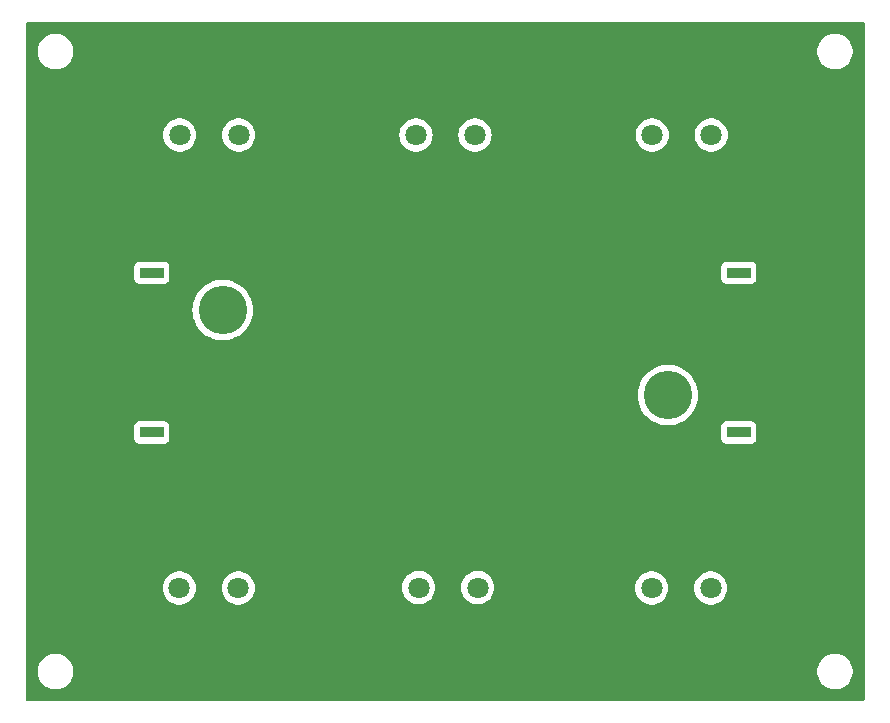
<source format=gbr>
%TF.GenerationSoftware,KiCad,Pcbnew,8.0.6*%
%TF.CreationDate,2025-05-08T15:46:12-04:00*%
%TF.ProjectId,5VConnectorBoard,3556436f-6e6e-4656-9374-6f72426f6172,rev?*%
%TF.SameCoordinates,Original*%
%TF.FileFunction,Copper,L2,Bot*%
%TF.FilePolarity,Positive*%
%FSLAX46Y46*%
G04 Gerber Fmt 4.6, Leading zero omitted, Abs format (unit mm)*
G04 Created by KiCad (PCBNEW 8.0.6) date 2025-05-08 15:46:12*
%MOMM*%
%LPD*%
G01*
G04 APERTURE LIST*
G04 Aperture macros list*
%AMRoundRect*
0 Rectangle with rounded corners*
0 $1 Rounding radius*
0 $2 $3 $4 $5 $6 $7 $8 $9 X,Y pos of 4 corners*
0 Add a 4 corners polygon primitive as box body*
4,1,4,$2,$3,$4,$5,$6,$7,$8,$9,$2,$3,0*
0 Add four circle primitives for the rounded corners*
1,1,$1+$1,$2,$3*
1,1,$1+$1,$4,$5*
1,1,$1+$1,$6,$7*
1,1,$1+$1,$8,$9*
0 Add four rect primitives between the rounded corners*
20,1,$1+$1,$2,$3,$4,$5,0*
20,1,$1+$1,$4,$5,$6,$7,0*
20,1,$1+$1,$6,$7,$8,$9,0*
20,1,$1+$1,$8,$9,$2,$3,0*%
G04 Aperture macros list end*
%TA.AperFunction,ComponentPad*%
%ADD10R,2.000000X0.900000*%
%TD*%
%TA.AperFunction,ComponentPad*%
%ADD11RoundRect,1.025000X-1.025000X1.025000X-1.025000X-1.025000X1.025000X-1.025000X1.025000X1.025000X0*%
%TD*%
%TA.AperFunction,ComponentPad*%
%ADD12C,4.100000*%
%TD*%
%TA.AperFunction,ComponentPad*%
%ADD13C,1.803400*%
%TD*%
%TA.AperFunction,ComponentPad*%
%ADD14RoundRect,1.025000X1.025000X-1.025000X1.025000X1.025000X-1.025000X1.025000X-1.025000X-1.025000X0*%
%TD*%
%TA.AperFunction,ViaPad*%
%ADD15C,0.800000*%
%TD*%
G04 APERTURE END LIST*
D10*
%TO.P,J2,*%
%TO.N,*%
X158850000Y-84750000D03*
X158850000Y-98250000D03*
D11*
%TO.P,J2,1,+*%
%TO.N,GND*%
X152850000Y-87900000D03*
D12*
%TO.P,J2,2,-*%
%TO.N,VCC*%
X152850000Y-95100000D03*
%TD*%
D13*
%TO.P,U5,5*%
%TO.N,N/C*%
X131750002Y-111386406D03*
%TO.P,U5,6*%
X136750002Y-111386406D03*
%TD*%
%TO.P,U1,5*%
%TO.N,N/C*%
X116517400Y-73070102D03*
%TO.P,U1,6*%
X111517400Y-73070102D03*
%TD*%
%TO.P,U3,5*%
%TO.N,N/C*%
X156517400Y-73070102D03*
%TO.P,U3,6*%
X151517400Y-73070102D03*
%TD*%
%TO.P,U6,5*%
%TO.N,N/C*%
X151482600Y-111429899D03*
%TO.P,U6,6*%
X156482600Y-111429899D03*
%TD*%
D10*
%TO.P,J1,*%
%TO.N,*%
X109150000Y-98250000D03*
X109150000Y-84750000D03*
D14*
%TO.P,J1,1,+*%
%TO.N,GND*%
X115150000Y-95100000D03*
D12*
%TO.P,J1,2,-*%
%TO.N,VCC*%
X115150000Y-87900000D03*
%TD*%
D13*
%TO.P,U4,5*%
%TO.N,N/C*%
X111482600Y-111429899D03*
%TO.P,U4,6*%
X116482600Y-111429899D03*
%TD*%
%TO.P,U2,5*%
%TO.N,N/C*%
X136517400Y-73070102D03*
%TO.P,U2,6*%
X131517400Y-73070102D03*
%TD*%
D15*
%TO.N,GND*%
X151017401Y-77270101D03*
X137250001Y-107186407D03*
X116982599Y-107229900D03*
X111017401Y-77270101D03*
X156982599Y-107229900D03*
X131017401Y-77270101D03*
%TD*%
%TA.AperFunction,Conductor*%
%TO.N,GND*%
G36*
X169443039Y-63519685D02*
G01*
X169488794Y-63572489D01*
X169500000Y-63624000D01*
X169500000Y-120876000D01*
X169480315Y-120943039D01*
X169427511Y-120988794D01*
X169376000Y-121000000D01*
X98624000Y-121000000D01*
X98556961Y-120980315D01*
X98511206Y-120927511D01*
X98500000Y-120876000D01*
X98500000Y-118381902D01*
X99499500Y-118381902D01*
X99499500Y-118618097D01*
X99536446Y-118851368D01*
X99609433Y-119075996D01*
X99716657Y-119286433D01*
X99855483Y-119477510D01*
X100022490Y-119644517D01*
X100213567Y-119783343D01*
X100312991Y-119834002D01*
X100424003Y-119890566D01*
X100424005Y-119890566D01*
X100424008Y-119890568D01*
X100544412Y-119929689D01*
X100648631Y-119963553D01*
X100881903Y-120000500D01*
X100881908Y-120000500D01*
X101118097Y-120000500D01*
X101351368Y-119963553D01*
X101575992Y-119890568D01*
X101786433Y-119783343D01*
X101977510Y-119644517D01*
X102144517Y-119477510D01*
X102283343Y-119286433D01*
X102390568Y-119075992D01*
X102463553Y-118851368D01*
X102500500Y-118618097D01*
X102500500Y-118381902D01*
X165499500Y-118381902D01*
X165499500Y-118618097D01*
X165536446Y-118851368D01*
X165609433Y-119075996D01*
X165716657Y-119286433D01*
X165855483Y-119477510D01*
X166022490Y-119644517D01*
X166213567Y-119783343D01*
X166312991Y-119834002D01*
X166424003Y-119890566D01*
X166424005Y-119890566D01*
X166424008Y-119890568D01*
X166544412Y-119929689D01*
X166648631Y-119963553D01*
X166881903Y-120000500D01*
X166881908Y-120000500D01*
X167118097Y-120000500D01*
X167351368Y-119963553D01*
X167575992Y-119890568D01*
X167786433Y-119783343D01*
X167977510Y-119644517D01*
X168144517Y-119477510D01*
X168283343Y-119286433D01*
X168390568Y-119075992D01*
X168463553Y-118851368D01*
X168500500Y-118618097D01*
X168500500Y-118381902D01*
X168463553Y-118148631D01*
X168390566Y-117924003D01*
X168283342Y-117713566D01*
X168144517Y-117522490D01*
X167977510Y-117355483D01*
X167786433Y-117216657D01*
X167575996Y-117109433D01*
X167351368Y-117036446D01*
X167118097Y-116999500D01*
X167118092Y-116999500D01*
X166881908Y-116999500D01*
X166881903Y-116999500D01*
X166648631Y-117036446D01*
X166424003Y-117109433D01*
X166213566Y-117216657D01*
X166104550Y-117295862D01*
X166022490Y-117355483D01*
X166022488Y-117355485D01*
X166022487Y-117355485D01*
X165855485Y-117522487D01*
X165855485Y-117522488D01*
X165855483Y-117522490D01*
X165795862Y-117604550D01*
X165716657Y-117713566D01*
X165609433Y-117924003D01*
X165536446Y-118148631D01*
X165499500Y-118381902D01*
X102500500Y-118381902D01*
X102463553Y-118148631D01*
X102390566Y-117924003D01*
X102283342Y-117713566D01*
X102144517Y-117522490D01*
X101977510Y-117355483D01*
X101786433Y-117216657D01*
X101575996Y-117109433D01*
X101351368Y-117036446D01*
X101118097Y-116999500D01*
X101118092Y-116999500D01*
X100881908Y-116999500D01*
X100881903Y-116999500D01*
X100648631Y-117036446D01*
X100424003Y-117109433D01*
X100213566Y-117216657D01*
X100104550Y-117295862D01*
X100022490Y-117355483D01*
X100022488Y-117355485D01*
X100022487Y-117355485D01*
X99855485Y-117522487D01*
X99855485Y-117522488D01*
X99855483Y-117522490D01*
X99795862Y-117604550D01*
X99716657Y-117713566D01*
X99609433Y-117924003D01*
X99536446Y-118148631D01*
X99499500Y-118381902D01*
X98500000Y-118381902D01*
X98500000Y-111429893D01*
X110075594Y-111429893D01*
X110075594Y-111429904D01*
X110094783Y-111661481D01*
X110151829Y-111886753D01*
X110245175Y-112099561D01*
X110343857Y-112250604D01*
X110372275Y-112294100D01*
X110529661Y-112465067D01*
X110529664Y-112465069D01*
X110529667Y-112465072D01*
X110713032Y-112607791D01*
X110713038Y-112607795D01*
X110713041Y-112607797D01*
X110917412Y-112718398D01*
X111137200Y-112793851D01*
X111366410Y-112832099D01*
X111598790Y-112832099D01*
X111828000Y-112793851D01*
X112047788Y-112718398D01*
X112252159Y-112607797D01*
X112435539Y-112465067D01*
X112592925Y-112294100D01*
X112720025Y-112099560D01*
X112813371Y-111886753D01*
X112870416Y-111661485D01*
X112889606Y-111429899D01*
X112889606Y-111429893D01*
X115075594Y-111429893D01*
X115075594Y-111429904D01*
X115094783Y-111661481D01*
X115151829Y-111886753D01*
X115245175Y-112099561D01*
X115343857Y-112250604D01*
X115372275Y-112294100D01*
X115529661Y-112465067D01*
X115529664Y-112465069D01*
X115529667Y-112465072D01*
X115713032Y-112607791D01*
X115713038Y-112607795D01*
X115713041Y-112607797D01*
X115917412Y-112718398D01*
X116137200Y-112793851D01*
X116366410Y-112832099D01*
X116598790Y-112832099D01*
X116828000Y-112793851D01*
X117047788Y-112718398D01*
X117252159Y-112607797D01*
X117435539Y-112465067D01*
X117592925Y-112294100D01*
X117720025Y-112099560D01*
X117813371Y-111886753D01*
X117870416Y-111661485D01*
X117889606Y-111429899D01*
X117886002Y-111386411D01*
X117886001Y-111386400D01*
X130342996Y-111386400D01*
X130342996Y-111386411D01*
X130362185Y-111617988D01*
X130419231Y-111843260D01*
X130512577Y-112056068D01*
X130540993Y-112099561D01*
X130639677Y-112250607D01*
X130797063Y-112421574D01*
X130797066Y-112421576D01*
X130797069Y-112421579D01*
X130980434Y-112564298D01*
X130980440Y-112564302D01*
X130980443Y-112564304D01*
X131184814Y-112674905D01*
X131404602Y-112750358D01*
X131633812Y-112788606D01*
X131866192Y-112788606D01*
X132095402Y-112750358D01*
X132315190Y-112674905D01*
X132519561Y-112564304D01*
X132702941Y-112421574D01*
X132860327Y-112250607D01*
X132987427Y-112056067D01*
X133080773Y-111843260D01*
X133137818Y-111617992D01*
X133157008Y-111386406D01*
X133157008Y-111386400D01*
X135342996Y-111386400D01*
X135342996Y-111386411D01*
X135362185Y-111617988D01*
X135419231Y-111843260D01*
X135512577Y-112056068D01*
X135540993Y-112099561D01*
X135639677Y-112250607D01*
X135797063Y-112421574D01*
X135797066Y-112421576D01*
X135797069Y-112421579D01*
X135980434Y-112564298D01*
X135980440Y-112564302D01*
X135980443Y-112564304D01*
X136184814Y-112674905D01*
X136404602Y-112750358D01*
X136633812Y-112788606D01*
X136866192Y-112788606D01*
X137095402Y-112750358D01*
X137315190Y-112674905D01*
X137519561Y-112564304D01*
X137702941Y-112421574D01*
X137860327Y-112250607D01*
X137987427Y-112056067D01*
X138080773Y-111843260D01*
X138137818Y-111617992D01*
X138153405Y-111429893D01*
X150075594Y-111429893D01*
X150075594Y-111429904D01*
X150094783Y-111661481D01*
X150151829Y-111886753D01*
X150245175Y-112099561D01*
X150343857Y-112250604D01*
X150372275Y-112294100D01*
X150529661Y-112465067D01*
X150529664Y-112465069D01*
X150529667Y-112465072D01*
X150713032Y-112607791D01*
X150713038Y-112607795D01*
X150713041Y-112607797D01*
X150917412Y-112718398D01*
X151137200Y-112793851D01*
X151366410Y-112832099D01*
X151598790Y-112832099D01*
X151828000Y-112793851D01*
X152047788Y-112718398D01*
X152252159Y-112607797D01*
X152435539Y-112465067D01*
X152592925Y-112294100D01*
X152720025Y-112099560D01*
X152813371Y-111886753D01*
X152870416Y-111661485D01*
X152889606Y-111429899D01*
X152889606Y-111429893D01*
X155075594Y-111429893D01*
X155075594Y-111429904D01*
X155094783Y-111661481D01*
X155151829Y-111886753D01*
X155245175Y-112099561D01*
X155343857Y-112250604D01*
X155372275Y-112294100D01*
X155529661Y-112465067D01*
X155529664Y-112465069D01*
X155529667Y-112465072D01*
X155713032Y-112607791D01*
X155713038Y-112607795D01*
X155713041Y-112607797D01*
X155917412Y-112718398D01*
X156137200Y-112793851D01*
X156366410Y-112832099D01*
X156598790Y-112832099D01*
X156828000Y-112793851D01*
X157047788Y-112718398D01*
X157252159Y-112607797D01*
X157435539Y-112465067D01*
X157592925Y-112294100D01*
X157720025Y-112099560D01*
X157813371Y-111886753D01*
X157870416Y-111661485D01*
X157889606Y-111429899D01*
X157886002Y-111386411D01*
X157870416Y-111198316D01*
X157870416Y-111198313D01*
X157813371Y-110973045D01*
X157720025Y-110760238D01*
X157691609Y-110716745D01*
X157592926Y-110565700D01*
X157592925Y-110565698D01*
X157435539Y-110394731D01*
X157435534Y-110394727D01*
X157435532Y-110394725D01*
X157252167Y-110252006D01*
X157252161Y-110252002D01*
X157047788Y-110141400D01*
X157047780Y-110141397D01*
X156828002Y-110065947D01*
X156598790Y-110027699D01*
X156366410Y-110027699D01*
X156137197Y-110065947D01*
X155917419Y-110141397D01*
X155917411Y-110141400D01*
X155713038Y-110252002D01*
X155713032Y-110252006D01*
X155529667Y-110394725D01*
X155529664Y-110394728D01*
X155372276Y-110565696D01*
X155372273Y-110565700D01*
X155245175Y-110760236D01*
X155151829Y-110973044D01*
X155094783Y-111198316D01*
X155075594Y-111429893D01*
X152889606Y-111429893D01*
X152886002Y-111386411D01*
X152870416Y-111198316D01*
X152870416Y-111198313D01*
X152813371Y-110973045D01*
X152720025Y-110760238D01*
X152691609Y-110716745D01*
X152592926Y-110565700D01*
X152592925Y-110565698D01*
X152435539Y-110394731D01*
X152435534Y-110394727D01*
X152435532Y-110394725D01*
X152252167Y-110252006D01*
X152252161Y-110252002D01*
X152047788Y-110141400D01*
X152047780Y-110141397D01*
X151828002Y-110065947D01*
X151598790Y-110027699D01*
X151366410Y-110027699D01*
X151137197Y-110065947D01*
X150917419Y-110141397D01*
X150917411Y-110141400D01*
X150713038Y-110252002D01*
X150713032Y-110252006D01*
X150529667Y-110394725D01*
X150529664Y-110394728D01*
X150372276Y-110565696D01*
X150372273Y-110565700D01*
X150245175Y-110760236D01*
X150151829Y-110973044D01*
X150094783Y-111198316D01*
X150075594Y-111429893D01*
X138153405Y-111429893D01*
X138157008Y-111386406D01*
X138137818Y-111154820D01*
X138080773Y-110929552D01*
X137987427Y-110716745D01*
X137860327Y-110522205D01*
X137702941Y-110351238D01*
X137702936Y-110351234D01*
X137702934Y-110351232D01*
X137519569Y-110208513D01*
X137519563Y-110208509D01*
X137315190Y-110097907D01*
X137315182Y-110097904D01*
X137095404Y-110022454D01*
X136866192Y-109984206D01*
X136633812Y-109984206D01*
X136404599Y-110022454D01*
X136184821Y-110097904D01*
X136184813Y-110097907D01*
X135980440Y-110208509D01*
X135980434Y-110208513D01*
X135797069Y-110351232D01*
X135797066Y-110351235D01*
X135639678Y-110522203D01*
X135639675Y-110522207D01*
X135512577Y-110716743D01*
X135419231Y-110929551D01*
X135362185Y-111154823D01*
X135342996Y-111386400D01*
X133157008Y-111386400D01*
X133137818Y-111154820D01*
X133080773Y-110929552D01*
X132987427Y-110716745D01*
X132860327Y-110522205D01*
X132702941Y-110351238D01*
X132702936Y-110351234D01*
X132702934Y-110351232D01*
X132519569Y-110208513D01*
X132519563Y-110208509D01*
X132315190Y-110097907D01*
X132315182Y-110097904D01*
X132095404Y-110022454D01*
X131866192Y-109984206D01*
X131633812Y-109984206D01*
X131404599Y-110022454D01*
X131184821Y-110097904D01*
X131184813Y-110097907D01*
X130980440Y-110208509D01*
X130980434Y-110208513D01*
X130797069Y-110351232D01*
X130797066Y-110351235D01*
X130639678Y-110522203D01*
X130639675Y-110522207D01*
X130512577Y-110716743D01*
X130419231Y-110929551D01*
X130362185Y-111154823D01*
X130342996Y-111386400D01*
X117886001Y-111386400D01*
X117870416Y-111198316D01*
X117870416Y-111198313D01*
X117813371Y-110973045D01*
X117720025Y-110760238D01*
X117691609Y-110716745D01*
X117592926Y-110565700D01*
X117592925Y-110565698D01*
X117435539Y-110394731D01*
X117435534Y-110394727D01*
X117435532Y-110394725D01*
X117252167Y-110252006D01*
X117252161Y-110252002D01*
X117047788Y-110141400D01*
X117047780Y-110141397D01*
X116828002Y-110065947D01*
X116598790Y-110027699D01*
X116366410Y-110027699D01*
X116137197Y-110065947D01*
X115917419Y-110141397D01*
X115917411Y-110141400D01*
X115713038Y-110252002D01*
X115713032Y-110252006D01*
X115529667Y-110394725D01*
X115529664Y-110394728D01*
X115372276Y-110565696D01*
X115372273Y-110565700D01*
X115245175Y-110760236D01*
X115151829Y-110973044D01*
X115094783Y-111198316D01*
X115075594Y-111429893D01*
X112889606Y-111429893D01*
X112886002Y-111386411D01*
X112870416Y-111198316D01*
X112870416Y-111198313D01*
X112813371Y-110973045D01*
X112720025Y-110760238D01*
X112691609Y-110716745D01*
X112592926Y-110565700D01*
X112592925Y-110565698D01*
X112435539Y-110394731D01*
X112435534Y-110394727D01*
X112435532Y-110394725D01*
X112252167Y-110252006D01*
X112252161Y-110252002D01*
X112047788Y-110141400D01*
X112047780Y-110141397D01*
X111828002Y-110065947D01*
X111598790Y-110027699D01*
X111366410Y-110027699D01*
X111137197Y-110065947D01*
X110917419Y-110141397D01*
X110917411Y-110141400D01*
X110713038Y-110252002D01*
X110713032Y-110252006D01*
X110529667Y-110394725D01*
X110529664Y-110394728D01*
X110372276Y-110565696D01*
X110372273Y-110565700D01*
X110245175Y-110760236D01*
X110151829Y-110973044D01*
X110094783Y-111198316D01*
X110075594Y-111429893D01*
X98500000Y-111429893D01*
X98500000Y-97752135D01*
X107649500Y-97752135D01*
X107649500Y-98747870D01*
X107649501Y-98747876D01*
X107655908Y-98807483D01*
X107706202Y-98942328D01*
X107706206Y-98942335D01*
X107792452Y-99057544D01*
X107792455Y-99057547D01*
X107907664Y-99143793D01*
X107907671Y-99143797D01*
X108042517Y-99194091D01*
X108042516Y-99194091D01*
X108049444Y-99194835D01*
X108102127Y-99200500D01*
X110197872Y-99200499D01*
X110257483Y-99194091D01*
X110392331Y-99143796D01*
X110507546Y-99057546D01*
X110593796Y-98942331D01*
X110644091Y-98807483D01*
X110650500Y-98747873D01*
X110650499Y-97752135D01*
X157349500Y-97752135D01*
X157349500Y-98747870D01*
X157349501Y-98747876D01*
X157355908Y-98807483D01*
X157406202Y-98942328D01*
X157406206Y-98942335D01*
X157492452Y-99057544D01*
X157492455Y-99057547D01*
X157607664Y-99143793D01*
X157607671Y-99143797D01*
X157742517Y-99194091D01*
X157742516Y-99194091D01*
X157749444Y-99194835D01*
X157802127Y-99200500D01*
X159897872Y-99200499D01*
X159957483Y-99194091D01*
X160092331Y-99143796D01*
X160207546Y-99057546D01*
X160293796Y-98942331D01*
X160344091Y-98807483D01*
X160350500Y-98747873D01*
X160350499Y-97752128D01*
X160344091Y-97692517D01*
X160328419Y-97650499D01*
X160293797Y-97557671D01*
X160293793Y-97557664D01*
X160207547Y-97442455D01*
X160207544Y-97442452D01*
X160092335Y-97356206D01*
X160092328Y-97356202D01*
X159957482Y-97305908D01*
X159957483Y-97305908D01*
X159897883Y-97299501D01*
X159897881Y-97299500D01*
X159897873Y-97299500D01*
X159897864Y-97299500D01*
X157802129Y-97299500D01*
X157802123Y-97299501D01*
X157742516Y-97305908D01*
X157607671Y-97356202D01*
X157607664Y-97356206D01*
X157492455Y-97442452D01*
X157492452Y-97442455D01*
X157406206Y-97557664D01*
X157406202Y-97557671D01*
X157355908Y-97692517D01*
X157349501Y-97752116D01*
X157349501Y-97752123D01*
X157349500Y-97752135D01*
X110650499Y-97752135D01*
X110650499Y-97752128D01*
X110644091Y-97692517D01*
X110628419Y-97650499D01*
X110593797Y-97557671D01*
X110593793Y-97557664D01*
X110507547Y-97442455D01*
X110507544Y-97442452D01*
X110392335Y-97356206D01*
X110392328Y-97356202D01*
X110257482Y-97305908D01*
X110257483Y-97305908D01*
X110197883Y-97299501D01*
X110197881Y-97299500D01*
X110197873Y-97299500D01*
X110197864Y-97299500D01*
X108102129Y-97299500D01*
X108102123Y-97299501D01*
X108042516Y-97305908D01*
X107907671Y-97356202D01*
X107907664Y-97356206D01*
X107792455Y-97442452D01*
X107792452Y-97442455D01*
X107706206Y-97557664D01*
X107706202Y-97557671D01*
X107655908Y-97692517D01*
X107649501Y-97752116D01*
X107649501Y-97752123D01*
X107649500Y-97752135D01*
X98500000Y-97752135D01*
X98500000Y-95099994D01*
X150294457Y-95099994D01*
X150294457Y-95100005D01*
X150314606Y-95420283D01*
X150314607Y-95420290D01*
X150374745Y-95735542D01*
X150473916Y-96040759D01*
X150473918Y-96040764D01*
X150610558Y-96331138D01*
X150610562Y-96331144D01*
X150782520Y-96602108D01*
X150782522Y-96602111D01*
X150987087Y-96849388D01*
X151221034Y-97069078D01*
X151221044Y-97069086D01*
X151480660Y-97257708D01*
X151480666Y-97257711D01*
X151480672Y-97257716D01*
X151761903Y-97412324D01*
X152060294Y-97530466D01*
X152060293Y-97530466D01*
X152371135Y-97610276D01*
X152371139Y-97610277D01*
X152437935Y-97618715D01*
X152689524Y-97650499D01*
X152689533Y-97650499D01*
X152689536Y-97650500D01*
X152689538Y-97650500D01*
X153010462Y-97650500D01*
X153010464Y-97650500D01*
X153010467Y-97650499D01*
X153010475Y-97650499D01*
X153200463Y-97626497D01*
X153328861Y-97610277D01*
X153639706Y-97530466D01*
X153938097Y-97412324D01*
X154219328Y-97257716D01*
X154478964Y-97069080D01*
X154712911Y-96849390D01*
X154917478Y-96602110D01*
X155089439Y-96331142D01*
X155226084Y-96040758D01*
X155325256Y-95735538D01*
X155385392Y-95420294D01*
X155405543Y-95100000D01*
X155385392Y-94779706D01*
X155325256Y-94464462D01*
X155226084Y-94159242D01*
X155226081Y-94159235D01*
X155089441Y-93868861D01*
X155089437Y-93868855D01*
X154917479Y-93597891D01*
X154917477Y-93597888D01*
X154712912Y-93350611D01*
X154478965Y-93130921D01*
X154478955Y-93130913D01*
X154219339Y-92942291D01*
X154219321Y-92942280D01*
X153938096Y-92787675D01*
X153938093Y-92787674D01*
X153639703Y-92669533D01*
X153639706Y-92669533D01*
X153328864Y-92589723D01*
X153328851Y-92589721D01*
X153010475Y-92549500D01*
X153010464Y-92549500D01*
X152689536Y-92549500D01*
X152689524Y-92549500D01*
X152371148Y-92589721D01*
X152371135Y-92589723D01*
X152060294Y-92669533D01*
X151761906Y-92787674D01*
X151761903Y-92787675D01*
X151480678Y-92942280D01*
X151480660Y-92942291D01*
X151221044Y-93130913D01*
X151221034Y-93130921D01*
X150987087Y-93350611D01*
X150782522Y-93597888D01*
X150782520Y-93597891D01*
X150610562Y-93868855D01*
X150610558Y-93868861D01*
X150473918Y-94159235D01*
X150473916Y-94159240D01*
X150374745Y-94464457D01*
X150314607Y-94779709D01*
X150314606Y-94779716D01*
X150294457Y-95099994D01*
X98500000Y-95099994D01*
X98500000Y-87899994D01*
X112594457Y-87899994D01*
X112594457Y-87900005D01*
X112614606Y-88220283D01*
X112614607Y-88220290D01*
X112674745Y-88535542D01*
X112773916Y-88840759D01*
X112773918Y-88840764D01*
X112910558Y-89131138D01*
X112910562Y-89131144D01*
X113082520Y-89402108D01*
X113082522Y-89402111D01*
X113287087Y-89649388D01*
X113521034Y-89869078D01*
X113521044Y-89869086D01*
X113780660Y-90057708D01*
X113780666Y-90057711D01*
X113780672Y-90057716D01*
X114061903Y-90212324D01*
X114360294Y-90330466D01*
X114360293Y-90330466D01*
X114671135Y-90410276D01*
X114671139Y-90410277D01*
X114737935Y-90418715D01*
X114989524Y-90450499D01*
X114989533Y-90450499D01*
X114989536Y-90450500D01*
X114989538Y-90450500D01*
X115310462Y-90450500D01*
X115310464Y-90450500D01*
X115310467Y-90450499D01*
X115310475Y-90450499D01*
X115500463Y-90426497D01*
X115628861Y-90410277D01*
X115939706Y-90330466D01*
X116238097Y-90212324D01*
X116519328Y-90057716D01*
X116778964Y-89869080D01*
X117012911Y-89649390D01*
X117217478Y-89402110D01*
X117389439Y-89131142D01*
X117526084Y-88840758D01*
X117625256Y-88535538D01*
X117685392Y-88220294D01*
X117705543Y-87900000D01*
X117685392Y-87579706D01*
X117625256Y-87264462D01*
X117526084Y-86959242D01*
X117526081Y-86959235D01*
X117389441Y-86668861D01*
X117389437Y-86668855D01*
X117217479Y-86397891D01*
X117217477Y-86397888D01*
X117012912Y-86150611D01*
X116778965Y-85930921D01*
X116778955Y-85930913D01*
X116519339Y-85742291D01*
X116519321Y-85742280D01*
X116238096Y-85587675D01*
X116238093Y-85587674D01*
X115939703Y-85469533D01*
X115939706Y-85469533D01*
X115628864Y-85389723D01*
X115628851Y-85389721D01*
X115310475Y-85349500D01*
X115310464Y-85349500D01*
X114989536Y-85349500D01*
X114989524Y-85349500D01*
X114671148Y-85389721D01*
X114671135Y-85389723D01*
X114360294Y-85469533D01*
X114061906Y-85587674D01*
X114061903Y-85587675D01*
X113780678Y-85742280D01*
X113780660Y-85742291D01*
X113521044Y-85930913D01*
X113521034Y-85930921D01*
X113287087Y-86150611D01*
X113082522Y-86397888D01*
X113082520Y-86397891D01*
X112910562Y-86668855D01*
X112910558Y-86668861D01*
X112773918Y-86959235D01*
X112773916Y-86959240D01*
X112674745Y-87264457D01*
X112614607Y-87579709D01*
X112614606Y-87579716D01*
X112594457Y-87899994D01*
X98500000Y-87899994D01*
X98500000Y-84252135D01*
X107649500Y-84252135D01*
X107649500Y-85247870D01*
X107649501Y-85247876D01*
X107655908Y-85307483D01*
X107706202Y-85442328D01*
X107706206Y-85442335D01*
X107792452Y-85557544D01*
X107792455Y-85557547D01*
X107907664Y-85643793D01*
X107907671Y-85643797D01*
X108042517Y-85694091D01*
X108042516Y-85694091D01*
X108049444Y-85694835D01*
X108102127Y-85700500D01*
X110197872Y-85700499D01*
X110257483Y-85694091D01*
X110392331Y-85643796D01*
X110507546Y-85557546D01*
X110593796Y-85442331D01*
X110644091Y-85307483D01*
X110650500Y-85247873D01*
X110650499Y-84252135D01*
X157349500Y-84252135D01*
X157349500Y-85247870D01*
X157349501Y-85247876D01*
X157355908Y-85307483D01*
X157406202Y-85442328D01*
X157406206Y-85442335D01*
X157492452Y-85557544D01*
X157492455Y-85557547D01*
X157607664Y-85643793D01*
X157607671Y-85643797D01*
X157742517Y-85694091D01*
X157742516Y-85694091D01*
X157749444Y-85694835D01*
X157802127Y-85700500D01*
X159897872Y-85700499D01*
X159957483Y-85694091D01*
X160092331Y-85643796D01*
X160207546Y-85557546D01*
X160293796Y-85442331D01*
X160344091Y-85307483D01*
X160350500Y-85247873D01*
X160350499Y-84252128D01*
X160344091Y-84192517D01*
X160293796Y-84057669D01*
X160293795Y-84057668D01*
X160293793Y-84057664D01*
X160207547Y-83942455D01*
X160207544Y-83942452D01*
X160092335Y-83856206D01*
X160092328Y-83856202D01*
X159957482Y-83805908D01*
X159957483Y-83805908D01*
X159897883Y-83799501D01*
X159897881Y-83799500D01*
X159897873Y-83799500D01*
X159897864Y-83799500D01*
X157802129Y-83799500D01*
X157802123Y-83799501D01*
X157742516Y-83805908D01*
X157607671Y-83856202D01*
X157607664Y-83856206D01*
X157492455Y-83942452D01*
X157492452Y-83942455D01*
X157406206Y-84057664D01*
X157406202Y-84057671D01*
X157355908Y-84192517D01*
X157349501Y-84252116D01*
X157349501Y-84252123D01*
X157349500Y-84252135D01*
X110650499Y-84252135D01*
X110650499Y-84252128D01*
X110644091Y-84192517D01*
X110593796Y-84057669D01*
X110593795Y-84057668D01*
X110593793Y-84057664D01*
X110507547Y-83942455D01*
X110507544Y-83942452D01*
X110392335Y-83856206D01*
X110392328Y-83856202D01*
X110257482Y-83805908D01*
X110257483Y-83805908D01*
X110197883Y-83799501D01*
X110197881Y-83799500D01*
X110197873Y-83799500D01*
X110197864Y-83799500D01*
X108102129Y-83799500D01*
X108102123Y-83799501D01*
X108042516Y-83805908D01*
X107907671Y-83856202D01*
X107907664Y-83856206D01*
X107792455Y-83942452D01*
X107792452Y-83942455D01*
X107706206Y-84057664D01*
X107706202Y-84057671D01*
X107655908Y-84192517D01*
X107649501Y-84252116D01*
X107649501Y-84252123D01*
X107649500Y-84252135D01*
X98500000Y-84252135D01*
X98500000Y-73070096D01*
X110110394Y-73070096D01*
X110110394Y-73070107D01*
X110129583Y-73301684D01*
X110186629Y-73526956D01*
X110279975Y-73739764D01*
X110407073Y-73934300D01*
X110407075Y-73934303D01*
X110564461Y-74105270D01*
X110564464Y-74105272D01*
X110564467Y-74105275D01*
X110747832Y-74247994D01*
X110747838Y-74247998D01*
X110747841Y-74248000D01*
X110952212Y-74358601D01*
X111172000Y-74434054D01*
X111401210Y-74472302D01*
X111633590Y-74472302D01*
X111862800Y-74434054D01*
X112082588Y-74358601D01*
X112286959Y-74248000D01*
X112470339Y-74105270D01*
X112627725Y-73934303D01*
X112754825Y-73739763D01*
X112848171Y-73526956D01*
X112905216Y-73301688D01*
X112924406Y-73070102D01*
X112924406Y-73070096D01*
X115110394Y-73070096D01*
X115110394Y-73070107D01*
X115129583Y-73301684D01*
X115186629Y-73526956D01*
X115279975Y-73739764D01*
X115407073Y-73934300D01*
X115407075Y-73934303D01*
X115564461Y-74105270D01*
X115564464Y-74105272D01*
X115564467Y-74105275D01*
X115747832Y-74247994D01*
X115747838Y-74247998D01*
X115747841Y-74248000D01*
X115952212Y-74358601D01*
X116172000Y-74434054D01*
X116401210Y-74472302D01*
X116633590Y-74472302D01*
X116862800Y-74434054D01*
X117082588Y-74358601D01*
X117286959Y-74248000D01*
X117470339Y-74105270D01*
X117627725Y-73934303D01*
X117754825Y-73739763D01*
X117848171Y-73526956D01*
X117905216Y-73301688D01*
X117924406Y-73070102D01*
X117924406Y-73070096D01*
X130110394Y-73070096D01*
X130110394Y-73070107D01*
X130129583Y-73301684D01*
X130186629Y-73526956D01*
X130279975Y-73739764D01*
X130407073Y-73934300D01*
X130407075Y-73934303D01*
X130564461Y-74105270D01*
X130564464Y-74105272D01*
X130564467Y-74105275D01*
X130747832Y-74247994D01*
X130747838Y-74247998D01*
X130747841Y-74248000D01*
X130952212Y-74358601D01*
X131172000Y-74434054D01*
X131401210Y-74472302D01*
X131633590Y-74472302D01*
X131862800Y-74434054D01*
X132082588Y-74358601D01*
X132286959Y-74248000D01*
X132470339Y-74105270D01*
X132627725Y-73934303D01*
X132754825Y-73739763D01*
X132848171Y-73526956D01*
X132905216Y-73301688D01*
X132924406Y-73070102D01*
X132924406Y-73070096D01*
X135110394Y-73070096D01*
X135110394Y-73070107D01*
X135129583Y-73301684D01*
X135186629Y-73526956D01*
X135279975Y-73739764D01*
X135407073Y-73934300D01*
X135407075Y-73934303D01*
X135564461Y-74105270D01*
X135564464Y-74105272D01*
X135564467Y-74105275D01*
X135747832Y-74247994D01*
X135747838Y-74247998D01*
X135747841Y-74248000D01*
X135952212Y-74358601D01*
X136172000Y-74434054D01*
X136401210Y-74472302D01*
X136633590Y-74472302D01*
X136862800Y-74434054D01*
X137082588Y-74358601D01*
X137286959Y-74248000D01*
X137470339Y-74105270D01*
X137627725Y-73934303D01*
X137754825Y-73739763D01*
X137848171Y-73526956D01*
X137905216Y-73301688D01*
X137924406Y-73070102D01*
X137924406Y-73070096D01*
X150110394Y-73070096D01*
X150110394Y-73070107D01*
X150129583Y-73301684D01*
X150186629Y-73526956D01*
X150279975Y-73739764D01*
X150407073Y-73934300D01*
X150407075Y-73934303D01*
X150564461Y-74105270D01*
X150564464Y-74105272D01*
X150564467Y-74105275D01*
X150747832Y-74247994D01*
X150747838Y-74247998D01*
X150747841Y-74248000D01*
X150952212Y-74358601D01*
X151172000Y-74434054D01*
X151401210Y-74472302D01*
X151633590Y-74472302D01*
X151862800Y-74434054D01*
X152082588Y-74358601D01*
X152286959Y-74248000D01*
X152470339Y-74105270D01*
X152627725Y-73934303D01*
X152754825Y-73739763D01*
X152848171Y-73526956D01*
X152905216Y-73301688D01*
X152924406Y-73070102D01*
X152924406Y-73070096D01*
X155110394Y-73070096D01*
X155110394Y-73070107D01*
X155129583Y-73301684D01*
X155186629Y-73526956D01*
X155279975Y-73739764D01*
X155407073Y-73934300D01*
X155407075Y-73934303D01*
X155564461Y-74105270D01*
X155564464Y-74105272D01*
X155564467Y-74105275D01*
X155747832Y-74247994D01*
X155747838Y-74247998D01*
X155747841Y-74248000D01*
X155952212Y-74358601D01*
X156172000Y-74434054D01*
X156401210Y-74472302D01*
X156633590Y-74472302D01*
X156862800Y-74434054D01*
X157082588Y-74358601D01*
X157286959Y-74248000D01*
X157470339Y-74105270D01*
X157627725Y-73934303D01*
X157754825Y-73739763D01*
X157848171Y-73526956D01*
X157905216Y-73301688D01*
X157924406Y-73070102D01*
X157905216Y-72838516D01*
X157848171Y-72613248D01*
X157754825Y-72400441D01*
X157627725Y-72205901D01*
X157470339Y-72034934D01*
X157470334Y-72034930D01*
X157470332Y-72034928D01*
X157286967Y-71892209D01*
X157286961Y-71892205D01*
X157082588Y-71781603D01*
X157082580Y-71781600D01*
X156862802Y-71706150D01*
X156633590Y-71667902D01*
X156401210Y-71667902D01*
X156171997Y-71706150D01*
X155952219Y-71781600D01*
X155952211Y-71781603D01*
X155747838Y-71892205D01*
X155747832Y-71892209D01*
X155564467Y-72034928D01*
X155564464Y-72034931D01*
X155407076Y-72205899D01*
X155407073Y-72205903D01*
X155279975Y-72400439D01*
X155186629Y-72613247D01*
X155129583Y-72838519D01*
X155110394Y-73070096D01*
X152924406Y-73070096D01*
X152905216Y-72838516D01*
X152848171Y-72613248D01*
X152754825Y-72400441D01*
X152627725Y-72205901D01*
X152470339Y-72034934D01*
X152470334Y-72034930D01*
X152470332Y-72034928D01*
X152286967Y-71892209D01*
X152286961Y-71892205D01*
X152082588Y-71781603D01*
X152082580Y-71781600D01*
X151862802Y-71706150D01*
X151633590Y-71667902D01*
X151401210Y-71667902D01*
X151171997Y-71706150D01*
X150952219Y-71781600D01*
X150952211Y-71781603D01*
X150747838Y-71892205D01*
X150747832Y-71892209D01*
X150564467Y-72034928D01*
X150564464Y-72034931D01*
X150407076Y-72205899D01*
X150407073Y-72205903D01*
X150279975Y-72400439D01*
X150186629Y-72613247D01*
X150129583Y-72838519D01*
X150110394Y-73070096D01*
X137924406Y-73070096D01*
X137905216Y-72838516D01*
X137848171Y-72613248D01*
X137754825Y-72400441D01*
X137627725Y-72205901D01*
X137470339Y-72034934D01*
X137470334Y-72034930D01*
X137470332Y-72034928D01*
X137286967Y-71892209D01*
X137286961Y-71892205D01*
X137082588Y-71781603D01*
X137082580Y-71781600D01*
X136862802Y-71706150D01*
X136633590Y-71667902D01*
X136401210Y-71667902D01*
X136171997Y-71706150D01*
X135952219Y-71781600D01*
X135952211Y-71781603D01*
X135747838Y-71892205D01*
X135747832Y-71892209D01*
X135564467Y-72034928D01*
X135564464Y-72034931D01*
X135407076Y-72205899D01*
X135407073Y-72205903D01*
X135279975Y-72400439D01*
X135186629Y-72613247D01*
X135129583Y-72838519D01*
X135110394Y-73070096D01*
X132924406Y-73070096D01*
X132905216Y-72838516D01*
X132848171Y-72613248D01*
X132754825Y-72400441D01*
X132627725Y-72205901D01*
X132470339Y-72034934D01*
X132470334Y-72034930D01*
X132470332Y-72034928D01*
X132286967Y-71892209D01*
X132286961Y-71892205D01*
X132082588Y-71781603D01*
X132082580Y-71781600D01*
X131862802Y-71706150D01*
X131633590Y-71667902D01*
X131401210Y-71667902D01*
X131171997Y-71706150D01*
X130952219Y-71781600D01*
X130952211Y-71781603D01*
X130747838Y-71892205D01*
X130747832Y-71892209D01*
X130564467Y-72034928D01*
X130564464Y-72034931D01*
X130407076Y-72205899D01*
X130407073Y-72205903D01*
X130279975Y-72400439D01*
X130186629Y-72613247D01*
X130129583Y-72838519D01*
X130110394Y-73070096D01*
X117924406Y-73070096D01*
X117905216Y-72838516D01*
X117848171Y-72613248D01*
X117754825Y-72400441D01*
X117627725Y-72205901D01*
X117470339Y-72034934D01*
X117470334Y-72034930D01*
X117470332Y-72034928D01*
X117286967Y-71892209D01*
X117286961Y-71892205D01*
X117082588Y-71781603D01*
X117082580Y-71781600D01*
X116862802Y-71706150D01*
X116633590Y-71667902D01*
X116401210Y-71667902D01*
X116171997Y-71706150D01*
X115952219Y-71781600D01*
X115952211Y-71781603D01*
X115747838Y-71892205D01*
X115747832Y-71892209D01*
X115564467Y-72034928D01*
X115564464Y-72034931D01*
X115407076Y-72205899D01*
X115407073Y-72205903D01*
X115279975Y-72400439D01*
X115186629Y-72613247D01*
X115129583Y-72838519D01*
X115110394Y-73070096D01*
X112924406Y-73070096D01*
X112905216Y-72838516D01*
X112848171Y-72613248D01*
X112754825Y-72400441D01*
X112627725Y-72205901D01*
X112470339Y-72034934D01*
X112470334Y-72034930D01*
X112470332Y-72034928D01*
X112286967Y-71892209D01*
X112286961Y-71892205D01*
X112082588Y-71781603D01*
X112082580Y-71781600D01*
X111862802Y-71706150D01*
X111633590Y-71667902D01*
X111401210Y-71667902D01*
X111171997Y-71706150D01*
X110952219Y-71781600D01*
X110952211Y-71781603D01*
X110747838Y-71892205D01*
X110747832Y-71892209D01*
X110564467Y-72034928D01*
X110564464Y-72034931D01*
X110407076Y-72205899D01*
X110407073Y-72205903D01*
X110279975Y-72400439D01*
X110186629Y-72613247D01*
X110129583Y-72838519D01*
X110110394Y-73070096D01*
X98500000Y-73070096D01*
X98500000Y-65881902D01*
X99499500Y-65881902D01*
X99499500Y-66118097D01*
X99536446Y-66351368D01*
X99609433Y-66575996D01*
X99716657Y-66786433D01*
X99855483Y-66977510D01*
X100022490Y-67144517D01*
X100213567Y-67283343D01*
X100312991Y-67334002D01*
X100424003Y-67390566D01*
X100424005Y-67390566D01*
X100424008Y-67390568D01*
X100544412Y-67429689D01*
X100648631Y-67463553D01*
X100881903Y-67500500D01*
X100881908Y-67500500D01*
X101118097Y-67500500D01*
X101351368Y-67463553D01*
X101575992Y-67390568D01*
X101786433Y-67283343D01*
X101977510Y-67144517D01*
X102144517Y-66977510D01*
X102283343Y-66786433D01*
X102390568Y-66575992D01*
X102463553Y-66351368D01*
X102500500Y-66118097D01*
X102500500Y-65881902D01*
X165499500Y-65881902D01*
X165499500Y-66118097D01*
X165536446Y-66351368D01*
X165609433Y-66575996D01*
X165716657Y-66786433D01*
X165855483Y-66977510D01*
X166022490Y-67144517D01*
X166213567Y-67283343D01*
X166312991Y-67334002D01*
X166424003Y-67390566D01*
X166424005Y-67390566D01*
X166424008Y-67390568D01*
X166544412Y-67429689D01*
X166648631Y-67463553D01*
X166881903Y-67500500D01*
X166881908Y-67500500D01*
X167118097Y-67500500D01*
X167351368Y-67463553D01*
X167575992Y-67390568D01*
X167786433Y-67283343D01*
X167977510Y-67144517D01*
X168144517Y-66977510D01*
X168283343Y-66786433D01*
X168390568Y-66575992D01*
X168463553Y-66351368D01*
X168500500Y-66118097D01*
X168500500Y-65881902D01*
X168463553Y-65648631D01*
X168390566Y-65424003D01*
X168283342Y-65213566D01*
X168144517Y-65022490D01*
X167977510Y-64855483D01*
X167786433Y-64716657D01*
X167575996Y-64609433D01*
X167351368Y-64536446D01*
X167118097Y-64499500D01*
X167118092Y-64499500D01*
X166881908Y-64499500D01*
X166881903Y-64499500D01*
X166648631Y-64536446D01*
X166424003Y-64609433D01*
X166213566Y-64716657D01*
X166104550Y-64795862D01*
X166022490Y-64855483D01*
X166022488Y-64855485D01*
X166022487Y-64855485D01*
X165855485Y-65022487D01*
X165855485Y-65022488D01*
X165855483Y-65022490D01*
X165795862Y-65104550D01*
X165716657Y-65213566D01*
X165609433Y-65424003D01*
X165536446Y-65648631D01*
X165499500Y-65881902D01*
X102500500Y-65881902D01*
X102463553Y-65648631D01*
X102390566Y-65424003D01*
X102283342Y-65213566D01*
X102144517Y-65022490D01*
X101977510Y-64855483D01*
X101786433Y-64716657D01*
X101575996Y-64609433D01*
X101351368Y-64536446D01*
X101118097Y-64499500D01*
X101118092Y-64499500D01*
X100881908Y-64499500D01*
X100881903Y-64499500D01*
X100648631Y-64536446D01*
X100424003Y-64609433D01*
X100213566Y-64716657D01*
X100104550Y-64795862D01*
X100022490Y-64855483D01*
X100022488Y-64855485D01*
X100022487Y-64855485D01*
X99855485Y-65022487D01*
X99855485Y-65022488D01*
X99855483Y-65022490D01*
X99795862Y-65104550D01*
X99716657Y-65213566D01*
X99609433Y-65424003D01*
X99536446Y-65648631D01*
X99499500Y-65881902D01*
X98500000Y-65881902D01*
X98500000Y-63624000D01*
X98519685Y-63556961D01*
X98572489Y-63511206D01*
X98624000Y-63500000D01*
X169376000Y-63500000D01*
X169443039Y-63519685D01*
G37*
%TD.AperFunction*%
%TD*%
M02*

</source>
